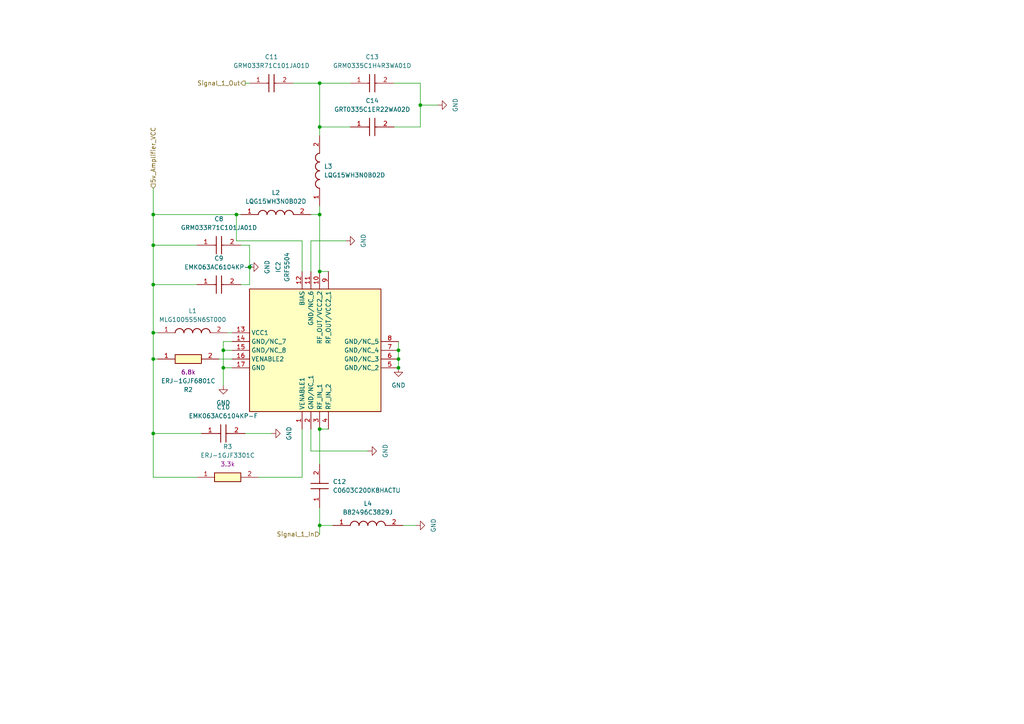
<source format=kicad_sch>
(kicad_sch (version 20230121) (generator eeschema)
  (paper "A4")
  (lib_symbols
    (symbol "Comms_system_parts:B82496C3829J" (pin_names hide)
      (property "Reference" "L" (at 16.51 6.35 0))
      (property "Value" "B82496C3829J" (at 16.51 3.81 0))
      (symbol "B82496C3829J_1_1"
        (arc (start 7.62 0) (mid 6.35 1.219) (end 5.08 0) (stroke (width 0.254)))
        (arc (start 10.16 0) (mid 8.89 1.219) (end 7.62 0) (stroke (width 0.254)))
        (arc (start 12.7 0) (mid 11.43 1.219) (end 10.16 0) (stroke (width 0.254)))
        (arc (start 15.24 0) (mid 13.97 1.219) (end 12.7 0) (stroke (width 0.254)))
        (pin passive line (at 0 0 0) (length 5.08) (name "1") (number "1"))
        (pin passive line (at 20.32 0 180) (length 5.08) (name "2") (number "2"))
      )
    )
    (symbol "Comms_system_parts:C0603C200K8HACTU" (pin_names hide)
      (property "Reference" "C" (at 8.89 6.35 0))
      (property "Value" "C0603C200K8HACTU" (at 8.89 3.81 0))
      (symbol "C0603C200K8HACTU_1_1"
        (polyline (pts (xy 5.08 0) (xy 5.588 0)) (stroke (width 0.254)))
        (polyline (pts (xy 5.588 2.54) (xy 5.588 -2.54)) (stroke (width 0.254)))
        (polyline (pts (xy 7.112 0) (xy 7.62 0)) (stroke (width 0.254)))
        (polyline (pts (xy 7.112 2.54) (xy 7.112 -2.54)) (stroke (width 0.254)))
        (pin passive line (at 0 0 0) (length 5.08) (name "1") (number "1"))
        (pin passive line (at 12.7 0 180) (length 5.08) (name "2") (number "2"))
      )
    )
    (symbol "Comms_system_parts:EMK063AC6104KP-F" (pin_names hide)
      (property "Reference" "C" (at 8.89 6.35 0))
      (property "Value" "EMK063AC6104KP-F" (at 8.89 3.81 0))
      (symbol "EMK063AC6104KP-F_1_1"
        (polyline (pts (xy 5.08 0) (xy 5.588 0)) (stroke (width 0.254)))
        (polyline (pts (xy 5.588 2.54) (xy 5.588 -2.54)) (stroke (width 0.254)))
        (polyline (pts (xy 7.112 0) (xy 7.62 0)) (stroke (width 0.254)))
        (polyline (pts (xy 7.112 2.54) (xy 7.112 -2.54)) (stroke (width 0.254)))
        (pin passive line (at 0 0 0) (length 5.08) (name "1") (number "1"))
        (pin passive line (at 12.7 0 180) (length 5.08) (name "2") (number "2"))
      )
    )
    (symbol "Comms_system_parts:ERJ-1GJF3301C" (pin_names hide)
      (property "Reference" "R" (at 13.97 8.89 0))
      (property "Value" "ERJ-1GJF3301C" (at 13.97 6.35 0))
      (property "R" "3.3k" (at 13.97 3.81 0))
      (symbol "ERJ-1GJF3301C_1_1"
        (rectangle (start 5.08 1.27) (end 12.7 -1.27) (stroke (width 0.254)) (fill (type background)))
        (pin passive line (at 0 0 0) (length 5.08) (name "1") (number "1"))
        (pin passive line (at 17.78 0 180) (length 5.08) (name "2") (number "2"))
      )
    )
    (symbol "Comms_system_parts:ERJ-1GJF6801C" (pin_names hide)
      (property "Reference" "R" (at 13.97 8.89 0))
      (property "Value" "ERJ-1GJF6801C" (at 13.97 6.35 0))
      (property "R" "6.8k" (at 13.97 3.81 0))
      (symbol "ERJ-1GJF6801C_1_1"
        (rectangle (start 5.08 1.27) (end 12.7 -1.27) (stroke (width 0.254)) (fill (type background)))
        (pin passive line (at 0 0 0) (length 5.08) (name "1") (number "1"))
        (pin passive line (at 17.78 0 180) (length 5.08) (name "2") (number "2"))
      )
    )
    (symbol "Comms_system_parts:GRF5504"
      (property "Reference" "IC" (at 41.91 20.32 0))
      (property "Value" "GRF5504" (at 41.91 17.78 0))
      (symbol "GRF5504_1_1"
        (rectangle (start 5.08 15.24) (end 40.64 -22.86) (stroke (width 0.254)) (fill (type background)))
        (pin passive line (at 0 0 0) (length 5.08) (name "VENABLE1") (number "1"))
        (pin passive line (at 45.72 -5.08 180) (length 5.08) (name "RF_OUT/VCC2_2") (number "10"))
        (pin passive line (at 45.72 -2.54 180) (length 5.08) (name "GND/NC_6") (number "11"))
        (pin passive line (at 45.72 0 180) (length 5.08) (name "BIAS") (number "12"))
        (pin passive line (at 27.94 20.32 270) (length 5.08) (name "VCC1") (number "13"))
        (pin passive line (at 25.4 20.32 270) (length 5.08) (name "GND/NC_7") (number "14"))
        (pin passive line (at 22.86 20.32 270) (length 5.08) (name "GND/NC_8") (number "15"))
        (pin passive line (at 20.32 20.32 270) (length 5.08) (name "VENABLE2") (number "16"))
        (pin passive line (at 17.78 20.32 270) (length 5.08) (name "GND") (number "17"))
        (pin passive line (at 0 -2.54 0) (length 5.08) (name "GND/NC_1") (number "2"))
        (pin passive line (at 0 -5.08 0) (length 5.08) (name "RF_IN_1") (number "3"))
        (pin passive line (at 0 -7.62 0) (length 5.08) (name "RF_IN_2") (number "4"))
        (pin passive line (at 17.78 -27.94 90) (length 5.08) (name "GND/NC_2") (number "5"))
        (pin passive line (at 20.32 -27.94 90) (length 5.08) (name "GND/NC_3") (number "6"))
        (pin passive line (at 22.86 -27.94 90) (length 5.08) (name "GND/NC_4") (number "7"))
        (pin passive line (at 25.4 -27.94 90) (length 5.08) (name "GND/NC_5") (number "8"))
        (pin passive line (at 45.72 -7.62 180) (length 5.08) (name "RF_OUT/VCC2_1") (number "9"))
      )
    )
    (symbol "Comms_system_parts:GRM0335C1H4R3WA01D" (pin_names hide)
      (property "Reference" "C" (at 8.89 6.35 0))
      (property "Value" "GRM0335C1H4R3WA01D" (at 8.89 3.81 0))
      (symbol "GRM0335C1H4R3WA01D_1_1"
        (polyline (pts (xy 5.08 0) (xy 5.588 0)) (stroke (width 0.254)))
        (polyline (pts (xy 5.588 2.54) (xy 5.588 -2.54)) (stroke (width 0.254)))
        (polyline (pts (xy 7.112 0) (xy 7.62 0)) (stroke (width 0.254)))
        (polyline (pts (xy 7.112 2.54) (xy 7.112 -2.54)) (stroke (width 0.254)))
        (pin passive line (at 0 0 0) (length 5.08) (name "1") (number "1"))
        (pin passive line (at 12.7 0 180) (length 5.08) (name "2") (number "2"))
      )
    )
    (symbol "Comms_system_parts:GRM033R71C101JA01D" (pin_names hide)
      (property "Reference" "C" (at 8.89 6.35 0))
      (property "Value" "GRM033R71C101JA01D" (at 8.89 3.81 0))
      (symbol "GRM033R71C101JA01D_1_1"
        (polyline (pts (xy 5.08 0) (xy 5.588 0)) (stroke (width 0.254)))
        (polyline (pts (xy 5.588 2.54) (xy 5.588 -2.54)) (stroke (width 0.254)))
        (polyline (pts (xy 7.112 0) (xy 7.62 0)) (stroke (width 0.254)))
        (polyline (pts (xy 7.112 2.54) (xy 7.112 -2.54)) (stroke (width 0.254)))
        (pin passive line (at 0 0 0) (length 5.08) (name "1") (number "1"))
        (pin passive line (at 12.7 0 180) (length 5.08) (name "2") (number "2"))
      )
    )
    (symbol "Comms_system_parts:GRT0335C1ER22WA02D" (pin_names hide)
      (property "Reference" "C" (at 8.89 6.35 0))
      (property "Value" "GRT0335C1ER22WA02D" (at 8.89 3.81 0))
      (symbol "GRT0335C1ER22WA02D_1_1"
        (polyline (pts (xy 5.08 0) (xy 5.588 0)) (stroke (width 0.254)))
        (polyline (pts (xy 5.588 2.54) (xy 5.588 -2.54)) (stroke (width 0.254)))
        (polyline (pts (xy 7.112 0) (xy 7.62 0)) (stroke (width 0.254)))
        (polyline (pts (xy 7.112 2.54) (xy 7.112 -2.54)) (stroke (width 0.254)))
        (pin passive line (at 0 0 0) (length 5.08) (name "1") (number "1"))
        (pin passive line (at 12.7 0 180) (length 5.08) (name "2") (number "2"))
      )
    )
    (symbol "Comms_system_parts:LQG15WH3N0B02D" (pin_names hide)
      (property "Reference" "L" (at 16.51 6.35 0))
      (property "Value" "LQG15WH3N0B02D" (at 16.51 3.81 0))
      (symbol "LQG15WH3N0B02D_1_1"
        (arc (start 7.62 0) (mid 6.35 1.219) (end 5.08 0) (stroke (width 0.254)))
        (arc (start 10.16 0) (mid 8.89 1.219) (end 7.62 0) (stroke (width 0.254)))
        (arc (start 12.7 0) (mid 11.43 1.219) (end 10.16 0) (stroke (width 0.254)))
        (arc (start 15.24 0) (mid 13.97 1.219) (end 12.7 0) (stroke (width 0.254)))
        (pin passive line (at 0 0 0) (length 5.08) (name "1") (number "1"))
        (pin passive line (at 20.32 0 180) (length 5.08) (name "2") (number "2"))
      )
    )
    (symbol "Comms_system_parts:MLG1005S5N6ST000" (pin_names hide)
      (property "Reference" "L" (at 16.51 6.35 0))
      (property "Value" "MLG1005S5N6ST000" (at 16.51 3.81 0))
      (symbol "MLG1005S5N6ST000_1_1"
        (arc (start 7.62 0) (mid 6.35 1.219) (end 5.08 0) (stroke (width 0.254)))
        (arc (start 10.16 0) (mid 8.89 1.219) (end 7.62 0) (stroke (width 0.254)))
        (arc (start 12.7 0) (mid 11.43 1.219) (end 10.16 0) (stroke (width 0.254)))
        (arc (start 15.24 0) (mid 13.97 1.219) (end 12.7 0) (stroke (width 0.254)))
        (pin passive line (at 0 0 0) (length 5.08) (name "1") (number "1"))
        (pin passive line (at 20.32 0 180) (length 5.08) (name "2") (number "2"))
      )
    )
    (symbol "power:GND" (power) (pin_names (offset 0))
      (property "Value" "GND" (at 0 -3.81 0))
      (symbol "GND_0_1"
        (polyline (pts (xy 0 0) (xy 0 -1.27) (xy 1.27 -1.27) (xy 0 -2.54) (xy -1.27 -1.27) (xy 0 -1.27)))
      )
      (symbol "GND_1_1"
        (pin power_in line (at 0 0 270) (length 0) hide (name "GND") (number "1"))
      )
    )
  )
  (junction (at 44.45 125.73))
  (junction (at 44.45 71.12))
  (junction (at 44.45 96.52))
  (junction (at 115.57 106.68))
  (junction (at 68.58 62.23))
  (junction (at 72.39 77.47))
  (junction (at 92.71 62.23))
  (junction (at 121.92 30.48))
  (junction (at 115.57 101.6))
  (junction (at 92.71 152.4))
  (junction (at 115.57 104.14))
  (junction (at 92.71 78.74))
  (junction (at 92.71 24.13))
  (junction (at 92.71 124.46))
  (junction (at 44.45 62.23))
  (junction (at 92.71 36.83))
  (junction (at 44.45 82.55))
  (junction (at 64.77 106.68))
  (junction (at 64.77 101.6))
  (junction (at 44.45 104.14))
  (wire (pts (xy 92.71 62.23) (xy 92.71 78.74)))
  (wire (pts (xy 63.5 104.14) (xy 67.31 104.14)))
  (wire (pts (xy 92.71 147.32) (xy 92.71 152.4)))
  (wire (pts (xy 72.39 77.47) (xy 72.39 71.12)))
  (wire (pts (xy 127 30.48) (xy 121.92 30.48)))
  (wire (pts (xy 64.77 101.6) (xy 64.77 106.68)))
  (wire (pts (xy 44.45 71.12) (xy 57.15 71.12)))
  (wire (pts (xy 115.57 101.6) (xy 115.57 104.14)))
  (wire (pts (xy 44.45 71.12) (xy 44.45 62.23)))
  (wire (pts (xy 92.71 124.46) (xy 95.25 124.46)))
  (wire (pts (xy 44.45 82.55) (xy 44.45 71.12)))
  (wire (pts (xy 90.17 62.23) (xy 92.71 62.23)))
  (wire (pts (xy 92.71 78.74) (xy 95.25 78.74)))
  (wire (pts (xy 74.93 138.43) (xy 87.63 138.43)))
  (wire (pts (xy 44.45 96.52) (xy 44.45 104.14)))
  (wire (pts (xy 116.84 152.4) (xy 120.65 152.4)))
  (wire (pts (xy 90.17 69.85) (xy 100.33 69.85)))
  (wire (pts (xy 90.17 130.81) (xy 90.17 124.46)))
  (wire (pts (xy 64.77 106.68) (xy 64.77 111.76)))
  (wire (pts (xy 64.77 106.68) (xy 67.31 106.68)))
  (wire (pts (xy 92.71 152.4) (xy 96.52 152.4)))
  (wire (pts (xy 121.92 36.83) (xy 121.92 30.48)))
  (wire (pts (xy 72.39 24.13) (xy 71.12 24.13)))
  (wire (pts (xy 121.92 30.48) (xy 121.92 24.13)))
  (wire (pts (xy 44.45 62.23) (xy 68.58 62.23)))
  (wire (pts (xy 71.12 125.73) (xy 78.74 125.73)))
  (wire (pts (xy 68.58 69.85) (xy 87.63 69.85)))
  (wire (pts (xy 115.57 104.14) (xy 115.57 106.68)))
  (wire (pts (xy 44.45 104.14) (xy 44.45 125.73)))
  (wire (pts (xy 87.63 69.85) (xy 87.63 78.74)))
  (wire (pts (xy 106.68 130.81) (xy 90.17 130.81)))
  (wire (pts (xy 64.77 101.6) (xy 64.77 99.06)))
  (wire (pts (xy 114.3 36.83) (xy 121.92 36.83)))
  (wire (pts (xy 90.17 78.74) (xy 90.17 69.85)))
  (wire (pts (xy 44.45 82.55) (xy 57.15 82.55)))
  (wire (pts (xy 92.71 59.69) (xy 92.71 62.23)))
  (wire (pts (xy 44.45 138.43) (xy 57.15 138.43)))
  (wire (pts (xy 64.77 99.06) (xy 67.31 99.06)))
  (wire (pts (xy 92.71 24.13) (xy 85.09 24.13)))
  (wire (pts (xy 66.04 96.52) (xy 67.31 96.52)))
  (wire (pts (xy 92.71 24.13) (xy 101.6 24.13)))
  (wire (pts (xy 68.58 62.23) (xy 69.85 62.23)))
  (wire (pts (xy 44.45 125.73) (xy 58.42 125.73)))
  (wire (pts (xy 92.71 134.62) (xy 92.71 124.46)))
  (wire (pts (xy 44.45 62.23) (xy 44.45 54.61)))
  (wire (pts (xy 69.85 82.55) (xy 72.39 82.55)))
  (wire (pts (xy 87.63 138.43) (xy 87.63 124.46)))
  (wire (pts (xy 68.58 62.23) (xy 68.58 69.85)))
  (wire (pts (xy 64.77 101.6) (xy 67.31 101.6)))
  (wire (pts (xy 44.45 82.55) (xy 44.45 96.52)))
  (wire (pts (xy 92.71 24.13) (xy 92.71 36.83)))
  (wire (pts (xy 115.57 99.06) (xy 115.57 101.6)))
  (wire (pts (xy 121.92 24.13) (xy 114.3 24.13)))
  (wire (pts (xy 44.45 138.43) (xy 44.45 125.73)))
  (wire (pts (xy 72.39 82.55) (xy 72.39 77.47)))
  (wire (pts (xy 92.71 36.83) (xy 92.71 39.37)))
  (wire (pts (xy 44.45 104.14) (xy 45.72 104.14)))
  (wire (pts (xy 44.45 96.52) (xy 45.72 96.52)))
  (wire (pts (xy 92.71 154.94) (xy 92.71 152.4)))
  (wire (pts (xy 92.71 36.83) (xy 101.6 36.83)))
  (wire (pts (xy 69.85 71.12) (xy 72.39 71.12)))
  (hierarchical_label "Signal_1_Out" (shape output) (at 71.12 24.13 180))
  (hierarchical_label "5v_Amplifier_VCC" (shape input) (at 44.45 54.61 90))
  (hierarchical_label "Signal_1_In" (shape input) (at 92.71 154.94 180))
  (symbol (lib_id "Comms_system_parts:MLG1005S5N6ST000") (at 45.72 96.52 0) (unit 1)
    (property "Reference" "L1" (at 55.88 90.17 0))
    (property "Value" "MLG1005S5N6ST000" (at 55.88 92.71 0))
    (property "Footprint" "comms_system_footprints:MLG1005" (effects hide))
    (property "Datasheet" "https://product.tdk.com/system/files/dam/doc/product/inductor/inductor/smd/catalog/inductor_commercial_high-frequency_mlg1005s_en.pdf" (effects hide))
    (property "Manufacturer_Name" "TDK" (effects hide))
    (property "Manufacturer_Part_Number" "MLG1005S5N6ST000" (effects hide))
    (property "Mouser Part Number" "810-MLG1005S5N6ST000" (effects hide))
    (property "Mouser Price/Stock" "https://www.mouser.co.uk/ProductDetail/TDK/MLG1005S5N6ST000?qs=BanKw8U3RZanzbQ3uYkDLw%3D%3D" (effects hide))
  )
  (symbol (lib_id "power:GND") (at 64.77 111.76 0) (unit 1)
    (property "Reference" "#PWR024" (effects hide))
    (property "Value" "GND" (at 64.77 116.84 0))
  )
  (symbol (lib_id "Comms_system_parts:EMK063AC6104KP-F") (at 58.42 125.73 0) (unit 1)
    (property "Reference" "C10" (at 64.77 118.11 0))
    (property "Value" "EMK063AC6104KP-F" (at 64.77 120.65 0))
    (property "Footprint" "comms_system_footprints:CAPC0603X35N" (effects hide))
    (property "Datasheet" "https://ds.yuden.co.jp/TYCOMPAS/ap/detail?pn=EMK063AC6104KP-F&u=M" (effects hide))
    (property "Height" "0.35" (effects hide))
    (property "Manufacturer_Name" "TAIYO YUDEN" (effects hide))
    (property "Manufacturer_Part_Number" "EMK063AC6104KP-F" (effects hide))
    (property "Mouser Part Number" "963-EMK063AC6104KP-F" (effects hide))
    (property "Mouser Price/Stock" "https://www.mouser.co.uk/ProductDetail/Taiyo-Yuden/EMK063AC6104KP-F?qs=lkMpTOwszhcTE%2Fgkbwhe%2FA%3D%3D" (effects hide))
  )
  (symbol (lib_id "power:GND") (at 106.68 130.81 90) (unit 1)
    (property "Reference" "#PWR028" (effects hide))
    (property "Value" "GND" (at 111.76 130.81 0))
  )
  (symbol (lib_id "Comms_system_parts:ERJ-1GJF3301C") (at 57.15 138.43 0) (unit 1)
    (property "Reference" "R3" (at 66.04 129.54 0))
    (property "Value" "ERJ-1GJF3301C" (at 66.04 132.08 0))
    (property "Footprint" "comms_system_footprints:ERJ1GJJ2R4C" (effects hide))
    (property "Datasheet" "https://industrial.panasonic.com/cdbs/www-data/pdf/RDA0000/AOA0000C304.pdf" (effects hide))
    (property "Height" "0.26" (effects hide))
    (property "Manufacturer_Name" "Panasonic" (effects hide))
    (property "Manufacturer_Part_Number" "ERJ-1GJF3301C" (effects hide))
    (property "Mouser Part Number" "667-ERJ-1GJF3301C" (effects hide))
    (property "Mouser Price/Stock" "https://www.mouser.co.uk/ProductDetail/Panasonic/ERJ-1GJF3301C?qs=OcgtsXO%252B3gv0JuBIv%2FKHHg%3D%3D" (effects hide))
    (property "R" "3.3k" (at 66.04 134.62 0))
  )
  (symbol (lib_id "Comms_system_parts:GRF5504") (at 87.63 124.46 90) (unit 1)
    (property "Reference" "IC2" (at 80.7019 77.47 0))
    (property "Value" "GRF5504" (at 83.2419 77.47 0))
    (property "Footprint" "QFN50P300X300X90-17N" (effects hide))
    (property "Datasheet" "https://www.guerrilla-rf.com/products/DataSheet?sku=5504&file_name=GRF5504DS.pdf" (effects hide))
    (property "Height" "0.9" (effects hide))
    (property "Manufacturer_Name" "Guerrilla RF" (effects hide))
    (property "Manufacturer_Part_Number" "GRF5504" (effects hide))
    (property "Mouser Part Number" "459-GRF5504" (effects hide))
    (property "Mouser Price/Stock" "https://www.mouser.co.uk/ProductDetail/Guerrilla-RF/GRF5504?qs=P1JMDcb91o62Y67US9BUxg%3D%3D" (effects hide))
  )
  (symbol (lib_id "Comms_system_parts:B82496C3829J") (at 96.52 152.4 0) (unit 1)
    (property "Reference" "L4" (at 106.68 146.05 0))
    (property "Value" "B82496C3829J" (at 106.68 148.59 0))
    (property "Footprint" "comms_system_footprints:INDC1608X90N" (effects hide))
    (property "Manufacturer_Name" "TDK" (effects hide))
    (property "Manufacturer_Part_Number" "B82496C3829J" (effects hide))
    (property "Mouser Part Number" "871-B82496C3829J" (effects hide))
  )
  (symbol (lib_id "Comms_system_parts:GRT0335C1ER22WA02D") (at 101.6 36.83 0) (unit 1)
    (property "Reference" "C14" (at 107.95 29.21 0))
    (property "Value" "GRT0335C1ER22WA02D" (at 107.95 31.75 0))
    (property "Footprint" "comms_system_footprints:CAPC0603X33N" (effects hide))
    (property "Datasheet" "https://eu.mouser.com/datasheet/2/281/1/GRT0335C1ER22WA02_01-1988553.pdf" (effects hide))
    (property "Height" "0.33" (effects hide))
    (property "Manufacturer_Name" "Murata Electronics" (effects hide))
    (property "Manufacturer_Part_Number" "GRT0335C1ER22WA02D" (effects hide))
    (property "Mouser Part Number" "81-GRT0335C1ER22WA2D" (effects hide))
    (property "Mouser Price/Stock" "https://www.mouser.co.uk/ProductDetail/Murata-Electronics/GRT0335C1ER22WA02D?qs=hd1VzrDQEGjVvSVeSZm56Q%3D%3D" (effects hide))
  )
  (symbol (lib_id "Comms_system_parts:C0603C200K8HACTU") (at 92.71 147.32 90) (unit 1)
    (property "Reference" "C12" (at 96.52 139.7 90) (effects (justify right)))
    (property "Value" "C0603C200K8HACTU" (at 96.52 142.24 90) (effects (justify right)))
    (property "Footprint" "comms_system_footprints:C0603" (effects hide))
    (property "Datasheet" "https://content.kemet.com/datasheets/KEM_C1007_X8R_ULTRA_150C_SMD.pdf" (effects hide))
    (property "Height" "0.87" (effects hide))
    (property "Manufacturer_Name" "KEMET" (effects hide))
    (property "Manufacturer_Part_Number" "C0603C200K8HACTU" (effects hide))
    (property "Mouser Part Number" "80-C0603C200K8HACTU" (effects hide))
    (property "Mouser Price/Stock" "https://www.mouser.co.uk/ProductDetail/KEMET/C0603C200K8HACTU?qs=W0yvOO0ixfG41DXbAfv7cA%3D%3D" (effects hide))
  )
  (symbol (lib_id "power:GND") (at 100.33 69.85 90) (unit 1)
    (property "Reference" "#PWR027" (effects hide))
    (property "Value" "GND" (at 105.41 69.85 0))
  )
  (symbol (lib_id "Comms_system_parts:ERJ-1GJF6801C") (at 45.72 104.14 0) (mirror x) (unit 1)
    (property "Reference" "R2" (at 54.61 113.03 0))
    (property "Value" "ERJ-1GJF6801C" (at 54.61 110.49 0))
    (property "Footprint" "comms_system_footprints:ERJ1GJJ2R4C" (effects hide))
    (property "Datasheet" "https://industrial.panasonic.com/cdbs/www-data/pdf/RDA0000/AOA0000C304.pdf" (effects hide))
    (property "Height" "0.26" (effects hide))
    (property "Manufacturer_Name" "Panasonic" (effects hide))
    (property "Manufacturer_Part_Number" "ERJ-1GJF6801C" (effects hide))
    (property "R" "6.8k" (at 54.61 107.95 0))
  )
  (symbol (lib_id "Comms_system_parts:GRM033R71C101JA01D") (at 57.15 71.12 0) (unit 1)
    (property "Reference" "C8" (at 63.5 63.5 0))
    (property "Value" "GRM033R71C101JA01D" (at 63.5 66.04 0))
    (property "Footprint" "comms_system_footprints:CAPC0603X33N" (effects hide))
    (property "Datasheet" "http://www.murata.com/~/media/webrenewal/support/library/catalog/products/capacitor/mlcc/c02e.pdf" (effects hide))
    (property "Height" "0.33" (effects hide))
    (property "Manufacturer_Name" "Murata Electronics" (effects hide))
    (property "Manufacturer_Part_Number" "GRM033R71C101JA01D" (effects hide))
    (property "Mouser Part Number" "81-GRM033R71C101JA1D" (effects hide))
    (property "Mouser Price/Stock" "https://www.mouser.co.uk/ProductDetail/Murata-Electronics/GRM033R71C101JA01D?qs=2W5sgKM%2F370SX1j5amrC4A%3D%3D" (effects hide))
  )
  (symbol (lib_id "power:GND") (at 127 30.48 90) (unit 1)
    (property "Reference" "#PWR031" (effects hide))
    (property "Value" "GND" (at 132.08 30.48 0))
  )
  (symbol (lib_id "Comms_system_parts:LQG15WH3N0B02D") (at 92.71 59.69 90) (unit 1)
    (property "Reference" "L3" (at 93.98 48.26 90) (effects (justify right)))
    (property "Value" "LQG15WH3N0B02D" (at 93.98 50.8 90) (effects (justify right)))
    (property "Footprint" "comms_system_footprints:LQW15CNR20J00B" (effects hide))
    (property "Datasheet" "https://psearch.en.murata.com/inductor/product/LQG15WH3N0B02%23.html" (effects hide))
    (property "Height" "0.6" (effects hide))
    (property "Manufacturer_Name" "Murata Electronics" (effects hide))
    (property "Manufacturer_Part_Number" "LQG15WH3N0B02D" (effects hide))
    (property "Mouser Part Number" "81-LQG15WH3N0B02D" (effects hide))
    (property "Mouser Price/Stock" "https://www.mouser.co.uk/ProductDetail/Murata-Electronics/LQG15WH3N0B02D?qs=d0WKAl%252BL4Kb3FAa6%252BDKpBw%3D%3D" (effects hide))
  )
  (symbol (lib_id "Comms_system_parts:LQG15WH3N0B02D") (at 69.85 62.23 0) (unit 1)
    (property "Reference" "L2" (at 80.01 55.88 0))
    (property "Value" "LQG15WH3N0B02D" (at 80.01 58.42 0))
    (property "Footprint" "comms_system_footprints:LQW15CNR20J00B" (effects hide))
    (property "Datasheet" "https://psearch.en.murata.com/inductor/product/LQG15WH3N0B02%23.html" (effects hide))
    (property "Height" "0.6" (effects hide))
    (property "Manufacturer_Name" "Murata Electronics" (effects hide))
    (property "Manufacturer_Part_Number" "LQG15WH3N0B02D" (effects hide))
    (property "Mouser Part Number" "81-LQG15WH3N0B02D" (effects hide))
    (property "Mouser Price/Stock" "https://www.mouser.co.uk/ProductDetail/Murata-Electronics/LQG15WH3N0B02D?qs=d0WKAl%252BL4Kb3FAa6%252BDKpBw%3D%3D" (effects hide))
  )
  (symbol (lib_id "power:GND") (at 120.65 152.4 90) (unit 1)
    (property "Reference" "#PWR030" (effects hide))
    (property "Value" "GND" (at 125.73 152.4 0))
  )
  (symbol (lib_id "Comms_system_parts:EMK063AC6104KP-F") (at 57.15 82.55 0) (unit 1)
    (property "Reference" "C9" (at 63.5 74.93 0))
    (property "Value" "EMK063AC6104KP-F" (at 63.5 77.47 0))
    (property "Footprint" "comms_system_footprints:CAPC0603X35N" (effects hide))
    (property "Datasheet" "https://ds.yuden.co.jp/TYCOMPAS/ap/detail?pn=EMK063AC6104KP-F&u=M" (effects hide))
    (property "Height" "0.35" (effects hide))
    (property "Manufacturer_Name" "TAIYO YUDEN" (effects hide))
    (property "Manufacturer_Part_Number" "EMK063AC6104KP-F" (effects hide))
    (property "Mouser Part Number" "963-EMK063AC6104KP-F" (effects hide))
    (property "Mouser Price/Stock" "https://www.mouser.co.uk/ProductDetail/Taiyo-Yuden/EMK063AC6104KP-F?qs=lkMpTOwszhcTE%2Fgkbwhe%2FA%3D%3D" (effects hide))
  )
  (symbol (lib_id "power:GND") (at 115.57 106.68 0) (unit 1)
    (property "Reference" "#PWR029" (effects hide))
    (property "Value" "GND" (at 115.57 111.76 0))
  )
  (symbol (lib_id "power:GND") (at 72.39 77.47 90) (unit 1)
    (property "Reference" "#PWR025" (effects hide))
    (property "Value" "GND" (at 77.47 77.47 0))
  )
  (symbol (lib_id "Comms_system_parts:GRM0335C1H4R3WA01D") (at 101.6 24.13 0) (unit 1)
    (property "Reference" "C13" (at 107.95 16.51 0))
    (property "Value" "GRM0335C1H4R3WA01D" (at 107.95 19.05 0))
    (property "Footprint" "comms_system_footprints:CAPC0603X33N" (effects hide))
    (property "Datasheet" "http://www.murata.com/~/media/webrenewal/support/library/catalog/products/capacitor/mlcc/c02e.pdf" (effects hide))
    (property "Height" "0.33" (effects hide))
    (property "Manufacturer_Name" "Murata Electronics" (effects hide))
    (property "Manufacturer_Part_Number" "GRM0335C1H4R3WA01D" (effects hide))
    (property "Mouser Part Number" "81-GRM0335C1H4R3WA1D" (effects hide))
    (property "Mouser Price/Stock" "https://www.mouser.co.uk/ProductDetail/Murata-Electronics/GRM0335C1H4R3WA01D?qs=2W5sgKM%2F373cHL1V4DNXXg%3D%3D" (effects hide))
  )
  (symbol (lib_id "Comms_system_parts:GRM033R71C101JA01D") (at 72.39 24.13 0) (unit 1)
    (property "Reference" "C11" (at 78.74 16.51 0))
    (property "Value" "GRM033R71C101JA01D" (at 78.74 19.05 0))
    (property "Footprint" "comms_system_footprints:CAPC0603X33N" (effects hide))
    (property "Datasheet" "http://www.murata.com/~/media/webrenewal/support/library/catalog/products/capacitor/mlcc/c02e.pdf" (effects hide))
    (property "Height" "0.33" (effects hide))
    (property "Manufacturer_Name" "Murata Electronics" (effects hide))
    (property "Manufacturer_Part_Number" "GRM033R71C101JA01D" (effects hide))
    (property "Mouser Part Number" "81-GRM033R71C101JA1D" (effects hide))
    (property "Mouser Price/Stock" "https://www.mouser.co.uk/ProductDetail/Murata-Electronics/GRM033R71C101JA01D?qs=2W5sgKM%2F370SX1j5amrC4A%3D%3D" (effects hide))
  )
  (symbol (lib_id "power:GND") (at 78.74 125.73 90) (unit 1)
    (property "Reference" "#PWR026" (effects hide))
    (property "Value" "GND" (at 83.82 125.73 0))
  )
)
</source>
